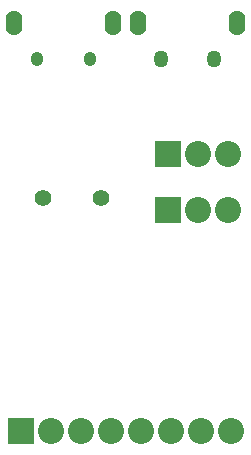
<source format=gbr>
%TF.GenerationSoftware,Altium Limited,Altium Designer,20.2.6 (244)*%
G04 Layer_Color=16711935*
%FSLAX26Y26*%
%MOIN*%
%TF.SameCoordinates,2EAD6035-BE33-4F7B-B0E7-EE8266E33042*%
%TF.FilePolarity,Negative*%
%TF.FileFunction,Soldermask,Bot*%
%TF.Part,Single*%
G01*
G75*
%TA.AperFunction,ComponentPad*%
%ADD31O,0.041339X0.049213*%
%ADD34C,0.086740*%
%ADD35R,0.086740X0.086740*%
%ADD36C,0.055244*%
%ADD37O,0.049339X0.057213*%
%ADD38O,0.055244X0.082803*%
D31*
X313976Y1320866D02*
D03*
X138780D02*
D03*
D34*
X783071Y78740D02*
D03*
X683071D02*
D03*
X483071D02*
D03*
X283071D02*
D03*
X183071D02*
D03*
X383071D02*
D03*
X583071D02*
D03*
X673976Y816929D02*
D03*
X773976D02*
D03*
X673976Y1003937D02*
D03*
X773976D02*
D03*
D35*
X83071Y78740D02*
D03*
X573976Y816929D02*
D03*
Y1003937D02*
D03*
D36*
X159213Y856299D02*
D03*
X351339D02*
D03*
D37*
X727362Y1320866D02*
D03*
X552165D02*
D03*
D38*
X475394Y1438976D02*
D03*
X804134D02*
D03*
X390748D02*
D03*
X62008D02*
D03*
%TF.MD5,154ec6a0d191de91e45ef7acaac8213e*%
M02*

</source>
